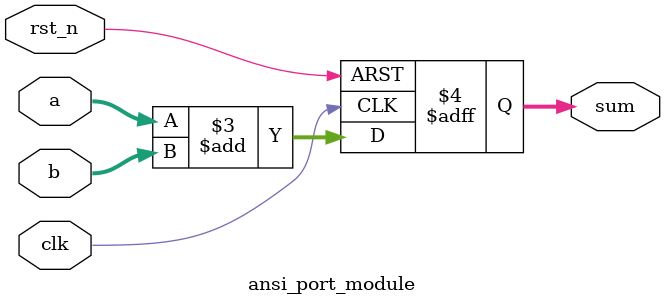
<source format=sv>
`timescale 1ns/1ps

`define WIDTH 10

module ansi_port_module (
    input  logic                 clk,
    input  logic                 rst_n,
    input  logic [`WIDTH-1:0]     a,
    input  logic [`WIDTH-1:0]     b,
    output logic [`WIDTH-1:0]     sum
);

    // Simple registered adder with active-low reset
    always_ff @(posedge clk or negedge rst_n) begin
        if (!rst_n)
            sum <= '0;
        else
            sum <= a + b;
    end

endmodule


</source>
